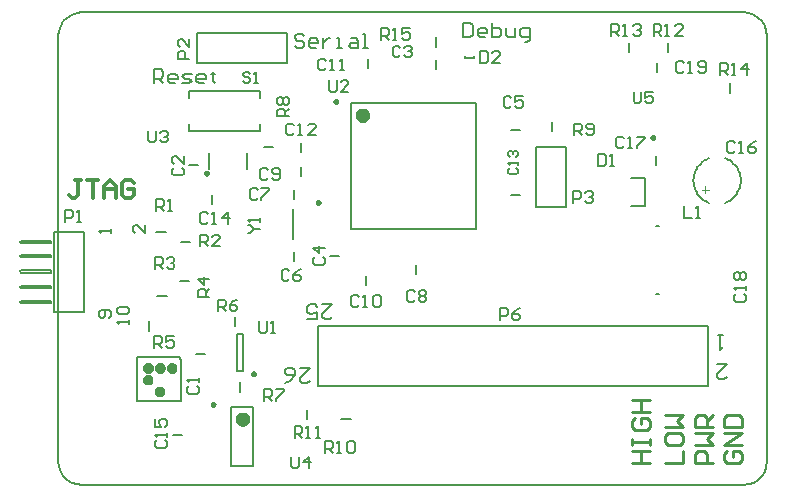
<source format=gto>
%FSDAX24Y24*%
%MOIN*%
%SFA1B1*%

%IPPOS*%
%ADD30C,0.009800*%
%ADD33C,0.007900*%
%ADD52C,0.011800*%
%ADD53C,0.023600*%
%ADD54C,0.017700*%
%ADD55C,0.003900*%
%ADD56C,0.008000*%
%ADD57C,0.010000*%
%LNmsb-1*%
%LPD*%
G54D30*
X025026Y021063D02*
D01*
X025025Y021066*
X025025Y021069*
X025024Y021073*
X025024Y021076*
X025023Y021079*
X025021Y021082*
X025020Y021086*
X025018Y021088*
X025016Y021091*
X025014Y021094*
X025012Y021097*
X025009Y021099*
X025007Y021101*
X025004Y021103*
X025001Y021105*
X024998Y021107*
X024995Y021108*
X024992Y021109*
X024988Y021110*
X024985Y021111*
X024982Y021111*
X024978Y021111*
X024975*
X024971Y021111*
X024968Y021111*
X024965Y021110*
X024961Y021109*
X024958Y021108*
X024955Y021107*
X024952Y021105*
X024949Y021103*
X024946Y021101*
X024944Y021099*
X024941Y021097*
X024939Y021094*
X024937Y021091*
X024935Y021088*
X024933Y021086*
X024932Y021082*
X024930Y021079*
X024929Y021076*
X024929Y021073*
X024928Y021069*
X024928Y021066*
X024928Y021063*
X024928Y021059*
X024928Y021056*
X024929Y021052*
X024929Y021049*
X024930Y021046*
X024932Y021043*
X024933Y021039*
X024935Y021037*
X024937Y021034*
X024939Y021031*
X024941Y021028*
X024944Y021026*
X024946Y021024*
X024949Y021022*
X024952Y021020*
X024955Y021018*
X024958Y021017*
X024961Y021016*
X024965Y021015*
X024968Y021014*
X024971Y021014*
X024975Y021014*
X024978*
X024982Y021014*
X024985Y021014*
X024988Y021015*
X024992Y021016*
X024995Y021017*
X024998Y021018*
X025001Y021020*
X025004Y021022*
X025007Y021024*
X025009Y021026*
X025012Y021028*
X025014Y021031*
X025016Y021034*
X025018Y021037*
X025020Y021039*
X025021Y021043*
X025023Y021046*
X025024Y021049*
X025024Y021052*
X025025Y021056*
X025025Y021059*
X025026Y021063*
X029341Y023445D02*
D01*
X029340Y023448*
X029340Y023451*
X029339Y023455*
X029339Y023458*
X029338Y023461*
X029336Y023464*
X029335Y023468*
X029333Y023470*
X029331Y023473*
X029329Y023476*
X029327Y023479*
X029324Y023481*
X029322Y023483*
X029319Y023485*
X029316Y023487*
X029313Y023489*
X029310Y023490*
X029307Y023491*
X029303Y023492*
X029300Y023493*
X029297Y023493*
X029293Y023493*
X029290*
X029286Y023493*
X029283Y023493*
X029280Y023492*
X029276Y023491*
X029273Y023490*
X029270Y023489*
X029267Y023487*
X029264Y023485*
X029261Y023483*
X029259Y023481*
X029256Y023479*
X029254Y023476*
X029252Y023473*
X029250Y023470*
X029248Y023468*
X029247Y023464*
X029245Y023461*
X029244Y023458*
X029244Y023455*
X029243Y023451*
X029243Y023448*
X029243Y023445*
X029243Y023441*
X029243Y023438*
X029244Y023434*
X029244Y023431*
X029245Y023428*
X029247Y023425*
X029248Y023421*
X029250Y023419*
X029252Y023416*
X029254Y023413*
X029256Y023410*
X029259Y023408*
X029261Y023406*
X029264Y023404*
X029267Y023402*
X029270Y023400*
X029273Y023399*
X029276Y023398*
X029280Y023397*
X029283Y023396*
X029286Y023396*
X029290Y023396*
X029293*
X029297Y023396*
X029300Y023396*
X029303Y023397*
X029307Y023398*
X029310Y023399*
X029313Y023400*
X029316Y023402*
X029319Y023404*
X029322Y023406*
X029324Y023408*
X029327Y023410*
X029329Y023413*
X029331Y023416*
X029333Y023419*
X029335Y023421*
X029336Y023425*
X029338Y023428*
X029339Y023431*
X029339Y023434*
X029340Y023438*
X029340Y023441*
X029341Y023445*
X028750Y020079D02*
D01*
X028749Y020082*
X028749Y020085*
X028748Y020089*
X028748Y020092*
X028747Y020095*
X028745Y020098*
X028744Y020102*
X028742Y020104*
X028740Y020107*
X028738Y020110*
X028736Y020113*
X028733Y020115*
X028731Y020117*
X028728Y020119*
X028725Y020121*
X028722Y020123*
X028719Y020124*
X028716Y020125*
X028712Y020126*
X028709Y020127*
X028706Y020127*
X028702Y020127*
X028699*
X028695Y020127*
X028692Y020127*
X028689Y020126*
X028685Y020125*
X028682Y020124*
X028679Y020123*
X028676Y020121*
X028673Y020119*
X028670Y020117*
X028668Y020115*
X028665Y020113*
X028663Y020110*
X028661Y020107*
X028659Y020104*
X028657Y020102*
X028656Y020098*
X028654Y020095*
X028653Y020092*
X028653Y020089*
X028652Y020085*
X028652Y020082*
X028652Y020079*
X028652Y020075*
X028652Y020072*
X028653Y020068*
X028653Y020065*
X028654Y020062*
X028656Y020059*
X028657Y020055*
X028659Y020053*
X028661Y020050*
X028663Y020047*
X028665Y020044*
X028668Y020042*
X028670Y020040*
X028673Y020038*
X028676Y020036*
X028679Y020034*
X028682Y020033*
X028685Y020032*
X028689Y020031*
X028692Y020030*
X028695Y020030*
X028699Y020030*
X028702*
X028706Y020030*
X028709Y020030*
X028712Y020031*
X028716Y020032*
X028719Y020033*
X028722Y020034*
X028725Y020036*
X028728Y020038*
X028731Y020040*
X028733Y020042*
X028736Y020044*
X028738Y020047*
X028740Y020050*
X028742Y020053*
X028744Y020055*
X028745Y020059*
X028747Y020062*
X028748Y020065*
X028748Y020068*
X028749Y020072*
X028749Y020075*
X028750Y020079*
X039902Y022254D02*
D01*
X039901Y022257*
X039901Y022260*
X039900Y022264*
X039900Y022267*
X039899Y022270*
X039897Y022273*
X039896Y022277*
X039894Y022279*
X039892Y022282*
X039890Y022285*
X039888Y022288*
X039885Y022290*
X039883Y022292*
X039880Y022294*
X039877Y022296*
X039874Y022298*
X039871Y022299*
X039868Y022300*
X039864Y022301*
X039861Y022302*
X039858Y022302*
X039854Y022302*
X039851*
X039847Y022302*
X039844Y022302*
X039841Y022301*
X039837Y022300*
X039834Y022299*
X039831Y022298*
X039828Y022296*
X039825Y022294*
X039822Y022292*
X039820Y022290*
X039817Y022288*
X039815Y022285*
X039813Y022282*
X039811Y022279*
X039809Y022277*
X039808Y022273*
X039806Y022270*
X039805Y022267*
X039805Y022264*
X039804Y022260*
X039804Y022257*
X039804Y022254*
X039804Y022250*
X039804Y022247*
X039805Y022243*
X039805Y022240*
X039806Y022237*
X039808Y022234*
X039809Y022230*
X039811Y022228*
X039813Y022225*
X039815Y022222*
X039817Y022219*
X039820Y022217*
X039822Y022215*
X039825Y022213*
X039828Y022211*
X039831Y022209*
X039834Y022208*
X039837Y022207*
X039841Y022206*
X039844Y022205*
X039847Y022205*
X039851Y022205*
X039854*
X039858Y022205*
X039861Y022205*
X039864Y022206*
X039868Y022207*
X039871Y022208*
X039874Y022209*
X039877Y022211*
X039880Y022213*
X039883Y022215*
X039885Y022217*
X039888Y022219*
X039890Y022222*
X039892Y022225*
X039894Y022228*
X039896Y022230*
X039897Y022234*
X039899Y022237*
X039900Y022240*
X039900Y022243*
X039901Y022247*
X039901Y022250*
X039902Y022254*
X025246Y013358D02*
D01*
X025245Y013361*
X025245Y013364*
X025244Y013368*
X025244Y013371*
X025243Y013374*
X025241Y013377*
X025240Y013381*
X025238Y013383*
X025236Y013386*
X025234Y013389*
X025232Y013392*
X025229Y013394*
X025227Y013396*
X025224Y013398*
X025221Y013400*
X025218Y013402*
X025215Y013403*
X025212Y013404*
X025208Y013405*
X025205Y013406*
X025202Y013406*
X025198Y013406*
X025195*
X025191Y013406*
X025188Y013406*
X025185Y013405*
X025181Y013404*
X025178Y013403*
X025175Y013402*
X025172Y013400*
X025169Y013398*
X025166Y013396*
X025164Y013394*
X025161Y013392*
X025159Y013389*
X025157Y013386*
X025155Y013383*
X025153Y013381*
X025152Y013377*
X025150Y013374*
X025149Y013371*
X025149Y013368*
X025148Y013364*
X025148Y013361*
X025148Y013358*
X025148Y013354*
X025148Y013351*
X025149Y013347*
X025149Y013344*
X025150Y013341*
X025152Y013338*
X025153Y013334*
X025155Y013332*
X025157Y013329*
X025159Y013326*
X025161Y013323*
X025164Y013321*
X025166Y013319*
X025169Y013317*
X025172Y013315*
X025175Y013313*
X025178Y013312*
X025181Y013311*
X025185Y013310*
X025188Y013309*
X025191Y013309*
X025195Y013309*
X025198*
X025202Y013309*
X025205Y013309*
X025208Y013310*
X025212Y013311*
X025215Y013312*
X025218Y013313*
X025221Y013315*
X025224Y013317*
X025227Y013319*
X025229Y013321*
X025232Y013323*
X025234Y013326*
X025236Y013329*
X025238Y013332*
X025240Y013334*
X025241Y013338*
X025243Y013341*
X025244Y013344*
X025244Y013347*
X025245Y013351*
X025245Y013354*
X025246Y013358*
X026604Y014370D02*
D01*
X026603Y014373*
X026603Y014376*
X026602Y014380*
X026602Y014383*
X026601Y014386*
X026599Y014389*
X026598Y014393*
X026596Y014395*
X026594Y014398*
X026592Y014401*
X026590Y014404*
X026587Y014406*
X026585Y014408*
X026582Y014410*
X026579Y014412*
X026576Y014414*
X026573Y014415*
X026570Y014416*
X026566Y014417*
X026563Y014418*
X026560Y014418*
X026556Y014418*
X026553*
X026549Y014418*
X026546Y014418*
X026543Y014417*
X026539Y014416*
X026536Y014415*
X026533Y014414*
X026530Y014412*
X026527Y014410*
X026524Y014408*
X026522Y014406*
X026519Y014404*
X026517Y014401*
X026515Y014398*
X026513Y014395*
X026511Y014393*
X026510Y014389*
X026508Y014386*
X026507Y014383*
X026507Y014380*
X026506Y014376*
X026506Y014373*
X026506Y014370*
X026506Y014366*
X026506Y014363*
X026507Y014359*
X026507Y014356*
X026508Y014353*
X026510Y014350*
X026511Y014346*
X026513Y014344*
X026515Y014341*
X026517Y014338*
X026519Y014335*
X026522Y014333*
X026524Y014331*
X026527Y014329*
X026530Y014327*
X026533Y014325*
X026536Y014324*
X026539Y014323*
X026543Y014322*
X026546Y014321*
X026549Y014321*
X026553Y014321*
X026556*
X026560Y014321*
X026563Y014321*
X026566Y014322*
X026570Y014323*
X026573Y014324*
X026576Y014325*
X026579Y014327*
X026582Y014329*
X026585Y014331*
X026587Y014333*
X026590Y014335*
X026592Y014338*
X026594Y014341*
X026596Y014344*
X026598Y014346*
X026599Y014350*
X026601Y014353*
X026602Y014356*
X026602Y014359*
X026603Y014363*
X026603Y014366*
X026604Y014370*
G54D33*
X042267Y020077D02*
D01*
X042317Y020097*
X042367Y020121*
X042414Y020149*
X042460Y020179*
X042503Y020213*
X042544Y020250*
X042582Y020289*
X042618Y020331*
X042650Y020376*
X042679Y020423*
X042705Y020471*
X042727Y020521*
X042746Y020573*
X042761Y020626*
X042773Y020679*
X042781Y020734*
X042784Y020789*
X042784Y020844*
X042781Y020898*
X042773Y020953*
X042762Y021007*
X042746Y021060*
X042728Y021111*
X042705Y021161*
X042680Y021210*
X042650Y021257*
X042618Y021301*
X042583Y021343*
X042545Y021383*
X042504Y021419*
X042461Y021453*
X042415Y021484*
X042367Y021512*
X042318Y021536*
X042267Y021556*
X042267Y021557*
X041729D02*
D01*
X041678Y021536*
X041628Y021512*
X041581Y021484*
X041535Y021454*
X041492Y021420*
X041451Y021383*
X041413Y021344*
X041377Y021302*
X041345Y021257*
X041316Y021210*
X041290Y021162*
X041268Y021112*
X041249Y021060*
X041234Y021007*
X041222Y020954*
X041214Y020899*
X041211Y020844*
X041211Y020789*
X041214Y020735*
X041222Y020680*
X041233Y020626*
X041249Y020573*
X041267Y020522*
X041290Y020472*
X041315Y020423*
X041345Y020376*
X041377Y020332*
X041412Y020290*
X041450Y020250*
X041491Y020214*
X041534Y020180*
X041580Y020149*
X041628Y020121*
X041677Y020097*
X041728Y020077*
X041729Y020077*
X042874Y010669D02*
X043049Y010689D01*
X043216Y010747*
X043365Y010841*
X043490Y010966*
X043583Y011115*
X043642Y011281*
X043661Y011457*
Y025630*
X043642Y025805D02*
X043661Y025630D01*
X043583Y025972D02*
X043642Y025805D01*
X043490Y026121D02*
X043583Y025972D01*
X043365Y026246D02*
X043490Y026121D01*
X043216Y026339D02*
X043365Y026246D01*
X043049Y026398D02*
X043216Y026339D01*
X042874Y026417D02*
X043049Y026398D01*
X020827Y026417D02*
X042874D01*
X020652Y026398D02*
X020827Y026417D01*
X020485Y026339D02*
X020652Y026398D01*
X020336Y026246D02*
X020485Y026339D01*
X020211Y026121D02*
X020336Y026246D01*
X020117Y025972D02*
X020211Y026121D01*
X020059Y025805D02*
X020117Y025972D01*
X020039Y025630D02*
X020059Y025805D01*
X020039Y011457D02*
Y025630D01*
Y011457D02*
X020059Y011281D01*
X020117Y011115*
X020211Y010966*
X020336Y010841*
X020485Y010747*
X020652Y010689*
X020827Y010669*
X042874*
X026329Y021191D02*
Y021742D01*
X025069Y021191D02*
Y021742D01*
X024648Y024736D02*
X027648D01*
Y025736*
X024648D02*
X027648D01*
X024648Y024736D02*
Y025736D01*
X029783Y019213D02*
X033957D01*
X029783Y023386D02*
X033957D01*
Y019213D02*
Y023386D01*
X029783Y019213D02*
Y023386D01*
X028130Y020972D02*
Y021272D01*
X024397Y021329D02*
X024697D01*
X025157Y020037D02*
Y020337D01*
X026890Y021939D02*
X027205D01*
X028130Y021769D02*
Y022069D01*
X027894Y020214D02*
Y020514D01*
X027864Y018858D02*
Y019882D01*
X027904Y018118D02*
Y018418D01*
X029082Y018307D02*
X029382D01*
X030305Y017330D02*
Y017630D01*
X031959Y017694D02*
Y017994D01*
X035126Y020325D02*
X035426D01*
X039980Y024446D02*
Y024746D01*
X040354Y025098D02*
Y025413D01*
X039075Y025098D02*
Y025413D01*
X042421Y023740D02*
Y024055D01*
X036486Y022451D02*
Y022766D01*
X035976Y021943D02*
X036976D01*
Y019943D02*
Y021943D01*
X035976Y019943D02*
X036976D01*
X035976D02*
Y021943D01*
X032618Y024545D02*
Y024845D01*
X030374Y024565D02*
Y024865D01*
X024400Y023573D02*
Y023809D01*
Y022470D02*
Y022707D01*
Y022470D02*
X026762D01*
Y022707*
Y023573D02*
Y023809D01*
X024400D02*
X026762D01*
X023307Y019094D02*
X023622D01*
X024114Y018780D02*
X024429D01*
X024094Y017461D02*
X024409D01*
X023051Y015807D02*
Y016122D01*
X019902Y016447D02*
X020886D01*
X019902Y019085D02*
X020886D01*
X019902Y016447D02*
Y019085D01*
X020886Y016447D02*
Y019085D01*
X019783Y018730D02*
Y018809D01*
X018760Y016762D02*
X018799Y016801D01*
X018760Y016762D02*
X018799Y016722D01*
X019783D02*
Y016801D01*
X018799Y016722D02*
X019783D01*
X018799Y016801D02*
X019783D01*
X018760Y017785D02*
X018799Y017825D01*
X018760Y017785D02*
X018799Y017746D01*
X019783D02*
Y017825D01*
X018799Y017746D02*
X019783D01*
X018799Y017825D02*
X019783D01*
X018760Y018297D02*
X018799Y018337D01*
X018760Y018297D02*
X018799Y018258D01*
X019783D02*
Y018337D01*
X018799Y018258D02*
X019783D01*
X018799Y018337D02*
X019783D01*
X018760Y017274D02*
X018799Y017313D01*
X018760Y017274D02*
X018799Y017234D01*
X019783D02*
Y017313D01*
X018799Y017234D02*
X019783D01*
X018799Y017313D02*
X019783D01*
X018760Y018770D02*
X018799Y018730D01*
X019783*
X018760Y018770D02*
X018799Y018809D01*
X019783*
X029469Y012864D02*
X029783D01*
X028337D02*
Y013179D01*
X025787Y011289D02*
X026516D01*
X025787Y013258D02*
X026516D01*
Y011289D02*
Y013258D01*
X025787Y011289D02*
Y013258D01*
X023876Y012343D02*
X024176D01*
X026093Y013770D02*
Y014085D01*
X025935Y015955D02*
Y016270D01*
X025984Y014468D02*
X026181D01*
X025984Y015689D02*
X026181D01*
Y014468D02*
Y015689D01*
X025984Y014468D02*
Y015689D01*
X024614Y015030D02*
X024914D01*
X023337Y016968D02*
X023652D01*
X035116Y022490D02*
X035416D01*
X033898Y024902D02*
Y024961D01*
X033583Y024902D02*
X033898D01*
X033583D02*
Y024961D01*
X032638Y025276D02*
Y025591D01*
X039961Y021317D02*
Y021617D01*
X039134Y020915D02*
X039606D01*
Y019970D02*
Y020915D01*
X039134Y019970D02*
X039606D01*
X028691Y015982D02*
X041691D01*
X028691Y013982D02*
X041691D01*
Y015982*
X028691Y013982D02*
Y015982D01*
X039961Y017028D02*
X040079D01*
X039961Y019311D02*
X040079D01*
X024134Y013465D02*
Y014843D01*
X022677Y013465D02*
X024134D01*
X022677D02*
Y014843D01*
Y014921*
X024055*
X024134Y014843*
X024409Y024882D02*
X024016D01*
Y025079*
X024081Y025144*
X024213*
X024278Y025079*
Y024882*
X024409Y025538D02*
Y025275D01*
X024147Y025538*
X024081*
X024016Y025472*
Y025341*
X024081Y025275*
X026378Y019055D02*
X026444D01*
X026575Y019186*
X026444Y019318*
X026378*
X026575Y019186D02*
X026772D01*
Y019449D02*
Y019580D01*
Y019514*
X026378*
X026444Y019449*
X023031Y022480D02*
Y022152D01*
X023097Y022087*
X023228*
X023294Y022152*
Y022480*
X023425Y022415D02*
X023491Y022480D01*
X023622*
X023687Y022415*
Y022349*
X023622Y022283*
X023556*
X023622*
X023687Y022218*
Y022152*
X023622Y022087*
X023491*
X023425Y022152*
X026732Y016142D02*
Y015814D01*
X026798Y015748*
X026929*
X026995Y015814*
Y016142*
X027126Y015748D02*
X027257D01*
X027191*
Y016142*
X027126Y016076*
X026443Y024383D02*
X026378Y024449D01*
X026247*
X026181Y024383*
Y024318*
X026247Y024252*
X026378*
X026443Y024186*
Y024121*
X026378Y024055*
X026247*
X026181Y024121*
X026575Y024055D02*
X026706D01*
X026640*
Y024449*
X026575Y024383*
X027913Y012244D02*
Y012638D01*
X028110*
X028176Y012572*
Y012441*
X028110Y012375*
X027913*
X028045D02*
X028176Y012244D01*
X028307D02*
X028438D01*
X028373*
Y012638*
X028307Y012572*
X028635Y012244D02*
X028766D01*
X028701*
Y012638*
X028635Y012572*
X023228Y015236D02*
Y015630D01*
X023425*
X023491Y015564*
Y015433*
X023425Y015367*
X023228*
X023360D02*
X023491Y015236D01*
X023884Y015630D02*
X023622D01*
Y015433*
X023753Y015499*
X023819*
X023884Y015433*
Y015302*
X023819Y015236*
X023688*
X023622Y015302*
X028937Y011732D02*
Y012126D01*
X029134*
X029199Y012060*
Y011929*
X029134Y011863*
X028937*
X029068D02*
X029199Y011732D01*
X029331D02*
X029462D01*
X029396*
Y012126*
X029331Y012060*
X029659D02*
X029724Y012126D01*
X029855*
X029921Y012060*
Y011798*
X029855Y011732*
X029724*
X029659Y011798*
Y012060*
X025079Y016929D02*
X024685D01*
Y017126*
X024751Y017192*
X024882*
X024948Y017126*
Y016929*
Y017060D02*
X025079Y017192D01*
Y017519D02*
X024685D01*
X024882Y017323*
Y017585*
X023256Y017879D02*
Y018273D01*
X023453*
X023519Y018207*
Y018076*
X023453Y018010*
X023256*
X023388D02*
X023519Y017879D01*
X023650Y018207D02*
X023716Y018273D01*
X023847*
X023912Y018207*
Y018142*
X023847Y018076*
X023781*
X023847*
X023912Y018010*
Y017945*
X023847Y017879*
X023716*
X023650Y017945*
X037244Y022323D02*
Y022716D01*
X037441*
X037506Y022651*
Y022520*
X037441Y022454*
X037244*
X037375D02*
X037506Y022323D01*
X037638Y022388D02*
X037703Y022323D01*
X037834*
X037900Y022388*
Y022651*
X037834Y022716*
X037703*
X037638Y022651*
Y022585*
X037703Y022520*
X037900*
X026890Y013465D02*
Y013858D01*
X027087*
X027152Y013793*
Y013661*
X027087Y013596*
X026890*
X027021D02*
X027152Y013465D01*
X027283Y013858D02*
X027546D01*
Y013793*
X027283Y013530*
Y013465*
X024764Y018622D02*
Y019016D01*
X024961*
X025026Y018950*
Y018819*
X024961Y018753*
X024764*
X024895D02*
X025026Y018622D01*
X025420D02*
X025157D01*
X025420Y018884*
Y018950*
X025354Y019016*
X025223*
X025157Y018950*
X027717Y022953D02*
X027323D01*
Y023150*
X027389Y023215*
X027520*
X027585Y023150*
Y022953*
Y023084D02*
X027717Y023215D01*
X027389Y023346D02*
X027323Y023412D01*
Y023543*
X027389Y023609*
X027454*
X027520Y023543*
X027585Y023609*
X027651*
X027717Y023543*
Y023412*
X027651Y023346*
X027585*
X027520Y023412*
X027454Y023346*
X027389*
X027520Y023412D02*
Y023543D01*
X025354Y016457D02*
Y016850D01*
X025551*
X025617Y016785*
Y016653*
X025551Y016588*
X025354*
X025486D02*
X025617Y016457D01*
X026010Y016850D02*
X025879Y016785D01*
X025748Y016653*
Y016522*
X025814Y016457*
X025945*
X026010Y016522*
Y016588*
X025945Y016653*
X025748*
X023307Y019803D02*
Y020197D01*
X023504*
X023569Y020131*
Y020000*
X023504Y019934*
X023307*
X023438D02*
X023569Y019803D01*
X023701D02*
X023832D01*
X023766*
Y020197*
X023701Y020131*
X037205Y020079D02*
Y020472D01*
X037402*
X037467Y020407*
Y020276*
X037402Y020210*
X037205*
X037598Y020407D02*
X037664Y020472D01*
X037795*
X037861Y020407*
Y020341*
X037795Y020276*
X037729*
X037795*
X037861Y020210*
Y020144*
X037795Y020079*
X037664*
X037598Y020144*
X020276Y019449D02*
Y019842D01*
X020472*
X020538Y019777*
Y019646*
X020472Y019580*
X020276*
X020669Y019449D02*
X020800D01*
X020735*
Y019842*
X020669Y019777*
X038031Y021693D02*
Y021299D01*
X038228*
X038294Y021365*
Y021627*
X038228Y021693*
X038031*
X038425Y021299D02*
X038556D01*
X038491*
Y021693*
X038425Y021627*
X027900Y022651D02*
X027835Y022716D01*
X027703*
X027638Y022651*
Y022388*
X027703Y022323*
X027835*
X027900Y022388*
X028031Y022323D02*
X028163D01*
X028097*
Y022716*
X028031Y022651*
X028622Y022323D02*
X028359D01*
X028622Y022585*
Y022651*
X028556Y022716*
X028425*
X028359Y022651*
X028963Y024816D02*
X028898Y024882D01*
X028766*
X028701Y024816*
Y024554*
X028766Y024488*
X028898*
X028963Y024554*
X029094Y024488D02*
X029226D01*
X029160*
Y024882*
X029094Y024816*
X029422Y024488D02*
X029554D01*
X029488*
Y024882*
X029422Y024816*
X030066Y016942D02*
X030000Y017008D01*
X029869*
X029803Y016942*
Y016680*
X029869Y016614*
X030000*
X030066Y016680*
X030197Y016614D02*
X030328D01*
X030262*
Y017008*
X030197Y016942*
X030525D02*
X030590Y017008D01*
X030721*
X030787Y016942*
Y016680*
X030721Y016614*
X030590*
X030525Y016680*
Y016942*
X027034Y021155D02*
X026968Y021220D01*
X026837*
X026772Y021155*
Y020892*
X026837Y020827*
X026968*
X027034Y020892*
X027165D02*
X027231Y020827D01*
X027362*
X027428Y020892*
Y021155*
X027362Y021220*
X027231*
X027165Y021155*
Y021089*
X027231Y021024*
X027428*
X031916Y017100D02*
X031850Y017165D01*
X031719*
X031654Y017100*
Y016837*
X031719Y016772*
X031850*
X031916Y016837*
X032047Y017100D02*
X032113Y017165D01*
X032244*
X032310Y017100*
Y017034*
X032244Y016968*
X032310Y016903*
Y016837*
X032244Y016772*
X032113*
X032047Y016837*
Y016903*
X032113Y016968*
X032047Y017034*
Y017100*
X032113Y016968D02*
X032244D01*
X026680Y020485D02*
X026614Y020551D01*
X026483*
X026417Y020485*
Y020223*
X026483Y020157*
X026614*
X026680Y020223*
X026811Y020551D02*
X027073D01*
Y020485*
X026811Y020223*
Y020157*
X027743Y017808D02*
X027677Y017874D01*
X027546*
X027480Y017808*
Y017546*
X027546Y017480*
X027677*
X027743Y017546*
X028136Y017874D02*
X028005Y017808D01*
X027874Y017677*
Y017546*
X027939Y017480*
X028071*
X028136Y017546*
Y017612*
X028071Y017677*
X027874*
X035144Y023556D02*
X035079Y023622D01*
X034947*
X034882Y023556*
Y023294*
X034947Y023228*
X035079*
X035144Y023294*
X035538Y023622D02*
X035275D01*
Y023425*
X035407Y023491*
X035472*
X035538Y023425*
Y023294*
X035472Y023228*
X035341*
X035275Y023294*
X028609Y018255D02*
X028543Y018189D01*
Y018058*
X028609Y017992*
X028871*
X028937Y018058*
Y018189*
X028871Y018255*
X028937Y018582D02*
X028543D01*
X028740Y018386*
Y018648*
X025026Y019698D02*
X024961Y019764D01*
X024829*
X024764Y019698*
Y019436*
X024829Y019370*
X024961*
X025026Y019436*
X025157Y019370D02*
X025289D01*
X025223*
Y019764*
X025157Y019698*
X025682Y019370D02*
Y019764D01*
X025485Y019567*
X025748*
X031443Y025249D02*
X031378Y025315D01*
X031247*
X031181Y025249*
Y024987*
X031247Y024921*
X031378*
X031443Y024987*
X031575Y025249D02*
X031640Y025315D01*
X031771*
X031837Y025249*
Y025184*
X031771Y025118*
X031706*
X031771*
X031837Y025052*
Y024987*
X031771Y024921*
X031640*
X031575Y024987*
X035092Y021234D02*
X035039Y021181D01*
Y021076*
X035092Y021024*
X035302*
X035354Y021076*
Y021181*
X035302Y021234*
X035354Y021338D02*
Y021443D01*
Y021391*
X035039*
X035092Y021338*
Y021601D02*
X035039Y021653D01*
Y021758*
X035092Y021811*
X035144*
X035197Y021758*
Y021706*
Y021758*
X035249Y021811*
X035302*
X035354Y021758*
Y021653*
X035302Y021601*
X023885Y021247D02*
X023819Y021181D01*
Y021050*
X023885Y020984*
X024147*
X024213Y021050*
Y021181*
X024147Y021247*
X024213Y021640D02*
Y021378D01*
X023950Y021640*
X023885*
X023819Y021575*
Y021443*
X023885Y021378*
X024396Y013963D02*
X024331Y013898D01*
Y013766*
X024396Y013701*
X024659*
X024724Y013766*
Y013898*
X024659Y013963*
X024724Y014094D02*
Y014226D01*
Y014160*
X024331*
X024396Y014094*
X023333Y012152D02*
X023268Y012087D01*
Y011955*
X023333Y011890*
X023596*
X023661Y011955*
Y012087*
X023596Y012152*
X023661Y012283D02*
Y012415D01*
Y012349*
X023268*
X023333Y012283*
X023268Y012874D02*
Y012611D01*
X023465*
X023399Y012743*
Y012808*
X023465Y012874*
X023596*
X023661Y012808*
Y012677*
X023596Y012611*
X042585Y022060D02*
X042520Y022126D01*
X042388*
X042323Y022060*
Y021798*
X042388Y021732*
X042520*
X042585Y021798*
X042716Y021732D02*
X042848D01*
X042782*
Y022126*
X042716Y022060*
X043307Y022126D02*
X043176Y022060D01*
X043044Y021929*
Y021798*
X043110Y021732*
X043241*
X043307Y021798*
Y021863*
X043241Y021929*
X043044*
X038884Y022218D02*
X038819Y022283D01*
X038688*
X038622Y022218*
Y021955*
X038688Y021890*
X038819*
X038884Y021955*
X039016Y021890D02*
X039147D01*
X039081*
Y022283*
X039016Y022218*
X039344Y022283D02*
X039606D01*
Y022218*
X039344Y021955*
Y021890*
X042625Y017034D02*
X042559Y016968D01*
Y016837*
X042625Y016772*
X042887*
X042953Y016837*
Y016968*
X042887Y017034*
X042953Y017165D02*
Y017296D01*
Y017231*
X042559*
X042625Y017165*
Y017493D02*
X042559Y017559D01*
Y017690*
X042625Y017756*
X042690*
X042756Y017690*
X042822Y017756*
X042887*
X042953Y017690*
Y017559*
X042887Y017493*
X042822*
X042756Y017559*
X042690Y017493*
X042625*
X042756Y017559D02*
Y017690D01*
X040892Y024737D02*
X040827Y024803D01*
X040696*
X040630Y024737*
Y024475*
X040696Y024409*
X040827*
X040892Y024475*
X041024Y024409D02*
X041155D01*
X041089*
Y024803*
X041024Y024737*
X041351Y024475D02*
X041417Y024409D01*
X041548*
X041614Y024475*
Y024737*
X041548Y024803*
X041417*
X041351Y024737*
Y024672*
X041417Y024606*
X041614*
X039882Y025630D02*
Y026023D01*
X040079*
X040144Y025958*
Y025827*
X040079Y025761*
X039882*
X040013D02*
X040144Y025630D01*
X040275D02*
X040407D01*
X040341*
Y026023*
X040275Y025958*
X040866Y025630D02*
X040603D01*
X040866Y025892*
Y025958*
X040800Y026023*
X040669*
X040603Y025958*
X038465Y025630D02*
Y026023D01*
X038661*
X038727Y025958*
Y025827*
X038661Y025761*
X038465*
X038596D02*
X038727Y025630D01*
X038858D02*
X038989D01*
X038924*
Y026023*
X038858Y025958*
X039186D02*
X039252Y026023D01*
X039383*
X039448Y025958*
Y025892*
X039383Y025827*
X039317*
X039383*
X039448Y025761*
Y025696*
X039383Y025630*
X039252*
X039186Y025696*
X042087Y024331D02*
Y024724D01*
X042283*
X042349Y024659*
Y024527*
X042283Y024462*
X042087*
X042218D02*
X042349Y024331D01*
X042480D02*
X042611D01*
X042546*
Y024724*
X042480Y024659*
X043005Y024331D02*
Y024724D01*
X042808Y024527*
X043071*
X027795Y011614D02*
Y011286D01*
X027861Y011220*
X027992*
X028058Y011286*
Y011614*
X028386Y011220D02*
Y011614D01*
X028189Y011417*
X028451*
X039213Y023779D02*
Y023451D01*
X039278Y023386*
X039409*
X039475Y023451*
Y023779*
X039869D02*
X039606D01*
Y023583*
X039737Y023648*
X039803*
X039869Y023583*
Y023451*
X039803Y023386*
X039672*
X039606Y023451*
X029055Y024173D02*
Y023845D01*
X029121Y023780*
X029252*
X029318Y023845*
Y024173*
X029711Y023780D02*
X029449D01*
X029711Y024042*
Y024108*
X029645Y024173*
X029514*
X029449Y024108*
X034094Y025118D02*
Y024724D01*
X034291*
X034357Y024790*
Y025052*
X034291Y025118*
X034094*
X034750Y024724D02*
X034488D01*
X034750Y024987*
Y025052*
X034685Y025118*
X034554*
X034488Y025052*
X030787Y025512D02*
Y025905D01*
X030984*
X031050Y025840*
Y025709*
X030984Y025643*
X030787*
X030919D02*
X031050Y025512D01*
X031181D02*
X031312D01*
X031247*
Y025905*
X031181Y025840*
X031771Y025905D02*
X031509D01*
Y025709*
X031640Y025774*
X031706*
X031771Y025709*
Y025577*
X031706Y025512*
X031575*
X031509Y025577*
X040906Y019961D02*
Y019567D01*
X041168*
X041299D02*
X041430D01*
X041365*
Y019961*
X041299Y019895*
X034764Y016181D02*
Y016575D01*
X034961*
X035026Y016509*
Y016378*
X034961Y016312*
X034764*
X035420Y016575D02*
X035289Y016509D01*
X035157Y016378*
Y016247*
X035223Y016181*
X035354*
X035420Y016247*
Y016312*
X035354Y016378*
X035157*
X023228Y024055D02*
Y024527D01*
X023464*
X023543Y024449*
Y024291*
X023464Y024213*
X023228*
X023386D02*
X023543Y024055D01*
X023937D02*
X023779D01*
X023701Y024134*
Y024291*
X023779Y024370*
X023937*
X024015Y024291*
Y024213*
X023701*
X024173Y024055D02*
X024409D01*
X024488Y024134*
X024409Y024213*
X024252*
X024173Y024291*
X024252Y024370*
X024488*
X024881Y024055D02*
X024724D01*
X024645Y024134*
Y024291*
X024724Y024370*
X024881*
X024960Y024291*
Y024213*
X024645*
X025196Y024449D02*
Y024370D01*
X025117*
X025275*
X025196*
Y024134*
X025275Y024055*
X028228Y025630D02*
X028150Y025709D01*
X027992*
X027913Y025630*
Y025551*
X027992Y025472*
X028150*
X028228Y025394*
Y025315*
X028150Y025236*
X027992*
X027913Y025315*
X028622Y025236D02*
X028464D01*
X028386Y025315*
Y025472*
X028464Y025551*
X028622*
X028701Y025472*
Y025394*
X028386*
X028858Y025551D02*
Y025236D01*
Y025394*
X028937Y025472*
X029015Y025551*
X029094*
X029330Y025236D02*
X029488D01*
X029409*
Y025551*
X029330*
X029803D02*
X029960D01*
X030039Y025472*
Y025236*
X029803*
X029724Y025315*
X029803Y025394*
X030039*
X030196Y025236D02*
X030354D01*
X030275*
Y025709*
X030196*
X021791Y019065D02*
Y019196D01*
Y019131*
X021398*
X021463Y019065*
X022923Y019327D02*
Y019065D01*
X022661Y019327*
X022595*
X022530Y019262*
Y019131*
X022595Y019065*
X021726Y016243D02*
X021791Y016309D01*
Y016440*
X021726Y016506*
X021463*
X021398Y016440*
Y016309*
X021463Y016243*
X021529*
X021595Y016309*
Y016506*
X022402Y016024D02*
Y016155D01*
Y016089*
X022008*
X022074Y016024*
Y016352D02*
X022008Y016417D01*
Y016548*
X022074Y016614*
X022336*
X022402Y016548*
Y016417*
X022336Y016352*
X022074*
X033543Y026063D02*
Y025591D01*
X033779*
X033858Y025669*
Y025984*
X033779Y026063*
X033543*
X034252Y025591D02*
X034094D01*
X034016Y025669*
Y025827*
X034094Y025905*
X034252*
X034330Y025827*
Y025748*
X034016*
X034488Y026063D02*
Y025591D01*
X034724*
X034803Y025669*
Y025748*
Y025827*
X034724Y025905*
X034488*
X034960D02*
Y025669D01*
X035039Y025591*
X035275*
Y025905*
X035590Y025433D02*
X035669D01*
X035747Y025512*
Y025905*
X035511*
X035432Y025827*
Y025669*
X035511Y025591*
X035747*
G54D52*
X020787Y020827D02*
X020590D01*
X020689*
Y020335*
X020590Y020236*
X020492*
X020394Y020335*
X020984Y020827D02*
X021378D01*
X021181*
Y020236*
X021574D02*
Y020630D01*
X021771Y020827*
X021968Y020630*
Y020236*
Y020531*
X021574*
X022558Y020728D02*
X022460Y020827D01*
X022263*
X022165Y020728*
Y020335*
X022263Y020236*
X022460*
X022558Y020335*
Y020531*
X022362*
G54D53*
X030295Y022992D02*
D01*
X030294Y023000*
X030293Y023008*
X030292Y023016*
X030290Y023024*
X030287Y023032*
X030284Y023039*
X030281Y023047*
X030277Y023054*
X030272Y023061*
X030267Y023067*
X030261Y023073*
X030255Y023079*
X030249Y023084*
X030242Y023089*
X030236Y023094*
X030228Y023098*
X030221Y023101*
X030213Y023104*
X030205Y023106*
X030197Y023108*
X030189Y023109*
X030181Y023109*
X030172*
X030164Y023109*
X030156Y023108*
X030148Y023106*
X030140Y023104*
X030132Y023101*
X030125Y023098*
X030118Y023094*
X030111Y023089*
X030104Y023084*
X030098Y023079*
X030092Y023073*
X030086Y023067*
X030081Y023061*
X030076Y023054*
X030072Y023047*
X030069Y023039*
X030066Y023032*
X030063Y023024*
X030061Y023016*
X030060Y023008*
X030059Y023000*
X030059Y022992*
X030059Y022983*
X030060Y022975*
X030061Y022967*
X030063Y022959*
X030066Y022951*
X030069Y022944*
X030072Y022936*
X030076Y022929*
X030081Y022922*
X030086Y022916*
X030092Y022910*
X030098Y022904*
X030104Y022899*
X030111Y022894*
X030118Y022889*
X030125Y022885*
X030132Y022882*
X030140Y022879*
X030148Y022877*
X030156Y022875*
X030164Y022874*
X030172Y022874*
X030181*
X030189Y022874*
X030197Y022875*
X030205Y022877*
X030213Y022879*
X030221Y022882*
X030228Y022885*
X030236Y022889*
X030242Y022894*
X030249Y022899*
X030255Y022904*
X030261Y022910*
X030267Y022916*
X030272Y022922*
X030277Y022929*
X030281Y022936*
X030284Y022944*
X030287Y022951*
X030290Y022959*
X030292Y022967*
X030293Y022975*
X030294Y022983*
X030295Y022992*
X026299Y012864D02*
D01*
X026298Y012872*
X026297Y012880*
X026296Y012888*
X026294Y012896*
X026291Y012904*
X026288Y012911*
X026285Y012919*
X026281Y012926*
X026276Y012933*
X026271Y012939*
X026265Y012945*
X026259Y012951*
X026253Y012956*
X026246Y012961*
X026240Y012966*
X026232Y012970*
X026225Y012973*
X026217Y012976*
X026209Y012978*
X026201Y012980*
X026193Y012981*
X026185Y012981*
X026176*
X026168Y012981*
X026160Y012980*
X026152Y012978*
X026144Y012976*
X026136Y012973*
X026129Y012970*
X026122Y012966*
X026115Y012961*
X026108Y012956*
X026102Y012951*
X026096Y012945*
X026090Y012939*
X026085Y012933*
X026080Y012926*
X026076Y012919*
X026073Y012911*
X026070Y012904*
X026067Y012896*
X026065Y012888*
X026064Y012880*
X026063Y012872*
X026063Y012864*
X026063Y012855*
X026064Y012847*
X026065Y012839*
X026067Y012831*
X026070Y012823*
X026073Y012816*
X026076Y012808*
X026080Y012801*
X026085Y012794*
X026090Y012788*
X026096Y012782*
X026102Y012776*
X026108Y012771*
X026115Y012766*
X026122Y012761*
X026129Y012757*
X026136Y012754*
X026144Y012751*
X026152Y012749*
X026160Y012747*
X026168Y012746*
X026176Y012746*
X026185*
X026193Y012746*
X026201Y012747*
X026209Y012749*
X026217Y012751*
X026225Y012754*
X026232Y012757*
X026240Y012761*
X026246Y012766*
X026253Y012771*
X026259Y012776*
X026265Y012782*
X026271Y012788*
X026276Y012794*
X026281Y012801*
X026285Y012808*
X026288Y012816*
X026291Y012823*
X026294Y012831*
X026296Y012839*
X026297Y012847*
X026298Y012855*
X026299Y012864*
G54D54*
X023120Y014567D02*
D01*
X023119Y014573*
X023119Y014579*
X023118Y014585*
X023116Y014591*
X023114Y014597*
X023112Y014602*
X023109Y014608*
X023106Y014613*
X023103Y014618*
X023099Y014623*
X023095Y014628*
X023090Y014632*
X023086Y014636*
X023081Y014639*
X023076Y014643*
X023070Y014646*
X023064Y014648*
X023059Y014650*
X023053Y014652*
X023047Y014653*
X023041Y014654*
X023035Y014654*
X023028*
X023022Y014654*
X023016Y014653*
X023010Y014652*
X023004Y014650*
X022999Y014648*
X022993Y014646*
X022988Y014643*
X022982Y014639*
X022977Y014636*
X022973Y014632*
X022968Y014628*
X022964Y014623*
X022960Y014618*
X022957Y014613*
X022954Y014608*
X022951Y014602*
X022949Y014597*
X022947Y014591*
X022945Y014585*
X022944Y014579*
X022944Y014573*
X022944Y014567*
X022944Y014560*
X022944Y014554*
X022945Y014548*
X022947Y014542*
X022949Y014536*
X022951Y014531*
X022954Y014525*
X022957Y014520*
X022960Y014515*
X022964Y014510*
X022968Y014505*
X022973Y014501*
X022977Y014497*
X022982Y014494*
X022988Y014490*
X022993Y014487*
X022999Y014485*
X023004Y014483*
X023010Y014481*
X023016Y014480*
X023022Y014479*
X023028Y014479*
X023035*
X023041Y014479*
X023047Y014480*
X023053Y014481*
X023059Y014483*
X023064Y014485*
X023070Y014487*
X023076Y014490*
X023081Y014494*
X023086Y014497*
X023090Y014501*
X023095Y014505*
X023099Y014510*
X023103Y014515*
X023106Y014520*
X023109Y014525*
X023112Y014531*
X023114Y014536*
X023116Y014542*
X023118Y014548*
X023119Y014554*
X023119Y014560*
X023120Y014567*
X023513D02*
D01*
X023512Y014573*
X023512Y014579*
X023511Y014585*
X023509Y014591*
X023507Y014597*
X023505Y014602*
X023502Y014608*
X023499Y014613*
X023496Y014618*
X023492Y014623*
X023488Y014628*
X023483Y014632*
X023479Y014636*
X023474Y014639*
X023469Y014643*
X023463Y014646*
X023457Y014648*
X023452Y014650*
X023446Y014652*
X023440Y014653*
X023434Y014654*
X023428Y014654*
X023421*
X023415Y014654*
X023409Y014653*
X023403Y014652*
X023397Y014650*
X023392Y014648*
X023386Y014646*
X023381Y014643*
X023375Y014639*
X023370Y014636*
X023366Y014632*
X023361Y014628*
X023357Y014623*
X023353Y014618*
X023350Y014613*
X023347Y014608*
X023344Y014602*
X023342Y014597*
X023340Y014591*
X023338Y014585*
X023337Y014579*
X023337Y014573*
X023337Y014567*
X023337Y014560*
X023337Y014554*
X023338Y014548*
X023340Y014542*
X023342Y014536*
X023344Y014531*
X023347Y014525*
X023350Y014520*
X023353Y014515*
X023357Y014510*
X023361Y014505*
X023366Y014501*
X023370Y014497*
X023375Y014494*
X023381Y014490*
X023386Y014487*
X023392Y014485*
X023397Y014483*
X023403Y014481*
X023409Y014480*
X023415Y014479*
X023421Y014479*
X023428*
X023434Y014479*
X023440Y014480*
X023446Y014481*
X023452Y014483*
X023457Y014485*
X023463Y014487*
X023469Y014490*
X023474Y014494*
X023479Y014497*
X023483Y014501*
X023488Y014505*
X023492Y014510*
X023496Y014515*
X023499Y014520*
X023502Y014525*
X023505Y014531*
X023507Y014536*
X023509Y014542*
X023511Y014548*
X023512Y014554*
X023512Y014560*
X023513Y014567*
X023907D02*
D01*
X023906Y014573*
X023906Y014579*
X023905Y014585*
X023903Y014591*
X023901Y014597*
X023899Y014602*
X023896Y014608*
X023893Y014613*
X023890Y014618*
X023886Y014623*
X023882Y014628*
X023877Y014632*
X023873Y014636*
X023868Y014639*
X023863Y014643*
X023857Y014646*
X023851Y014648*
X023846Y014650*
X023840Y014652*
X023834Y014653*
X023828Y014654*
X023822Y014654*
X023815*
X023809Y014654*
X023803Y014653*
X023797Y014652*
X023791Y014650*
X023786Y014648*
X023780Y014646*
X023775Y014643*
X023769Y014639*
X023764Y014636*
X023760Y014632*
X023755Y014628*
X023751Y014623*
X023747Y014618*
X023744Y014613*
X023741Y014608*
X023738Y014602*
X023736Y014597*
X023734Y014591*
X023732Y014585*
X023731Y014579*
X023731Y014573*
X023731Y014567*
X023731Y014560*
X023731Y014554*
X023732Y014548*
X023734Y014542*
X023736Y014536*
X023738Y014531*
X023741Y014525*
X023744Y014520*
X023747Y014515*
X023751Y014510*
X023755Y014505*
X023760Y014501*
X023764Y014497*
X023769Y014494*
X023775Y014490*
X023780Y014487*
X023786Y014485*
X023791Y014483*
X023797Y014481*
X023803Y014480*
X023809Y014479*
X023815Y014479*
X023822*
X023828Y014479*
X023834Y014480*
X023840Y014481*
X023846Y014483*
X023851Y014485*
X023857Y014487*
X023863Y014490*
X023868Y014494*
X023873Y014497*
X023877Y014501*
X023882Y014505*
X023886Y014510*
X023890Y014515*
X023893Y014520*
X023896Y014525*
X023899Y014531*
X023901Y014536*
X023903Y014542*
X023905Y014548*
X023906Y014554*
X023906Y014560*
X023907Y014567*
X023110Y014173D02*
D01*
X023109Y014179*
X023109Y014185*
X023108Y014191*
X023106Y014197*
X023104Y014203*
X023102Y014208*
X023099Y014214*
X023096Y014219*
X023093Y014224*
X023089Y014229*
X023085Y014234*
X023080Y014238*
X023076Y014242*
X023071Y014245*
X023066Y014249*
X023060Y014252*
X023054Y014254*
X023049Y014256*
X023043Y014258*
X023037Y014259*
X023031Y014260*
X023025Y014260*
X023018*
X023012Y014260*
X023006Y014259*
X023000Y014258*
X022994Y014256*
X022989Y014254*
X022983Y014252*
X022978Y014249*
X022972Y014245*
X022967Y014242*
X022963Y014238*
X022958Y014234*
X022954Y014229*
X022950Y014224*
X022947Y014219*
X022944Y014214*
X022941Y014208*
X022939Y014203*
X022937Y014197*
X022935Y014191*
X022934Y014185*
X022934Y014179*
X022934Y014173*
X022934Y014166*
X022934Y014160*
X022935Y014154*
X022937Y014148*
X022939Y014142*
X022941Y014137*
X022944Y014131*
X022947Y014126*
X022950Y014121*
X022954Y014116*
X022958Y014111*
X022963Y014107*
X022967Y014103*
X022972Y014100*
X022978Y014096*
X022983Y014093*
X022989Y014091*
X022994Y014089*
X023000Y014087*
X023006Y014086*
X023012Y014085*
X023018Y014085*
X023025*
X023031Y014085*
X023037Y014086*
X023043Y014087*
X023049Y014089*
X023054Y014091*
X023060Y014093*
X023066Y014096*
X023071Y014100*
X023076Y014103*
X023080Y014107*
X023085Y014111*
X023089Y014116*
X023093Y014121*
X023096Y014126*
X023099Y014131*
X023102Y014137*
X023104Y014142*
X023106Y014148*
X023108Y014154*
X023109Y014160*
X023109Y014166*
X023110Y014173*
X023504Y013780D02*
D01*
X023503Y013786*
X023503Y013792*
X023502Y013798*
X023500Y013804*
X023498Y013810*
X023496Y013815*
X023493Y013821*
X023490Y013826*
X023487Y013831*
X023483Y013836*
X023479Y013841*
X023474Y013845*
X023470Y013849*
X023465Y013852*
X023460Y013856*
X023454Y013859*
X023448Y013861*
X023443Y013863*
X023437Y013865*
X023431Y013866*
X023425Y013867*
X023419Y013867*
X023412*
X023406Y013867*
X023400Y013866*
X023394Y013865*
X023388Y013863*
X023383Y013861*
X023377Y013859*
X023372Y013856*
X023366Y013852*
X023361Y013849*
X023357Y013845*
X023352Y013841*
X023348Y013836*
X023344Y013831*
X023341Y013826*
X023338Y013821*
X023335Y013815*
X023333Y013810*
X023331Y013804*
X023329Y013798*
X023328Y013792*
X023328Y013786*
X023328Y013780*
X023328Y013773*
X023328Y013767*
X023329Y013761*
X023331Y013755*
X023333Y013749*
X023335Y013744*
X023338Y013738*
X023341Y013733*
X023344Y013728*
X023348Y013723*
X023352Y013718*
X023357Y013714*
X023361Y013710*
X023366Y013707*
X023372Y013703*
X023377Y013700*
X023383Y013698*
X023388Y013696*
X023394Y013694*
X023400Y013693*
X023406Y013692*
X023412Y013692*
X023419*
X023425Y013692*
X023431Y013693*
X023437Y013694*
X023443Y013696*
X023448Y013698*
X023454Y013700*
X023460Y013703*
X023465Y013707*
X023470Y013710*
X023474Y013714*
X023479Y013718*
X023483Y013723*
X023487Y013728*
X023490Y013733*
X023493Y013738*
X023496Y013744*
X023498Y013749*
X023500Y013755*
X023502Y013761*
X023503Y013767*
X023503Y013773*
X023504Y013780*
G54D55*
X041486Y020502D02*
X041722D01*
X041604Y020384D02*
Y020620D01*
G54D56*
X028092Y014567D02*
X028425D01*
X028092Y014234*
Y014150*
X028175Y014067*
X028342*
X028425Y014150*
X027592Y014067D02*
X027759Y014150D01*
X027925Y014317*
Y014484*
X027842Y014567*
X027675*
X027592Y014484*
Y014400*
X027675Y014317*
X027925*
X028840Y016693D02*
X029173D01*
X028840Y016360*
Y016276*
X028923Y016193*
X029090*
X029173Y016276*
X028340Y016193D02*
X028673D01*
Y016443*
X028507Y016360*
X028423*
X028340Y016443*
Y016610*
X028423Y016693*
X028590*
X028673Y016610*
X042191Y015682D02*
X042024D01*
X042108*
Y015182*
X042191Y015266*
X041990Y014685D02*
X042323D01*
X041990Y014352*
Y014269*
X042073Y014185*
X042240*
X042323Y014269*
G54D57*
X042335Y011799D02*
X042235Y011699D01*
Y011499*
X042335Y011399*
X042735*
X042835Y011499*
Y011699*
X042735Y011799*
X042535*
Y011599*
X042835Y011999D02*
X042235D01*
X042835Y012399*
X042235*
Y012599D02*
X042835D01*
Y012899*
X042735Y012999*
X042335*
X042235Y012899*
Y012599*
X041850Y011399D02*
X041251D01*
Y011699*
X041351Y011799*
X041550*
X041650Y011699*
Y011399*
X041251Y011999D02*
X041850D01*
X041650Y012199*
X041850Y012399*
X041251*
X041850Y012599D02*
X041251D01*
Y012899*
X041351Y012999*
X041550*
X041650Y012899*
Y012599*
Y012799D02*
X041850Y012999D01*
X040266Y011399D02*
X040866D01*
Y011799*
X040266Y012299D02*
Y012099D01*
X040366Y011999*
X040766*
X040866Y012099*
Y012299*
X040766Y012399*
X040366*
X040266Y012299*
Y012599D02*
X040866D01*
X040666Y012799*
X040866Y012999*
X040266*
X039164Y011399D02*
X039764D01*
X039464*
Y011799*
X039164*
X039764*
X039164Y011999D02*
Y012199D01*
Y012099*
X039764*
Y011999*
Y012199*
X039264Y012899D02*
X039164Y012799D01*
Y012599*
X039264Y012499*
X039664*
X039764Y012599*
Y012799*
X039664Y012899*
X039464*
Y012699*
X039164Y013099D02*
X039764D01*
X039464*
Y013499*
X039164*
X039764*
M02*
</source>
